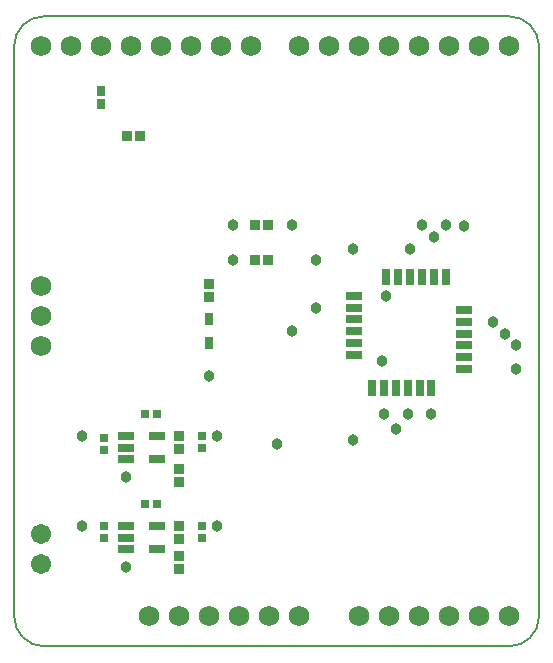
<source format=gts>
%FSLAX25Y25*%
%MOIN*%
G70*
G01*
G75*
G04 Layer_Color=8388736*
%ADD10R,0.02362X0.04724*%
%ADD11R,0.04724X0.02362*%
%ADD12R,0.02362X0.03543*%
%ADD13R,0.02559X0.02953*%
%ADD14R,0.02362X0.01969*%
%ADD15R,0.02953X0.02559*%
%ADD16R,0.04803X0.02362*%
%ADD17R,0.01969X0.02362*%
%ADD18R,0.01969X0.02756*%
%ADD19C,0.02000*%
%ADD20C,0.01000*%
%ADD21C,0.00600*%
%ADD22C,0.05906*%
%ADD23C,0.06000*%
%ADD24C,0.03000*%
%ADD25C,0.03000*%
%ADD26C,0.00984*%
%ADD27C,0.00787*%
%ADD28C,0.00394*%
%ADD29R,0.03162X0.05524*%
%ADD30R,0.05524X0.03162*%
%ADD31R,0.03162X0.04343*%
%ADD32R,0.03359X0.03753*%
%ADD33R,0.03162X0.02769*%
%ADD34R,0.03753X0.03359*%
%ADD35R,0.05603X0.03162*%
%ADD36R,0.02769X0.03162*%
%ADD37R,0.02769X0.03556*%
%ADD38C,0.06706*%
%ADD39C,0.06800*%
%ADD40C,0.03800*%
D21*
X0Y10000D02*
G03*
X10000Y0I10000J0D01*
G01*
X175000Y200000D02*
G03*
X165000Y210000I-10000J0D01*
G01*
X165000Y0D02*
G03*
X175000Y10000I0J10000D01*
G01*
X10000Y210000D02*
G03*
X0Y200000I0J-10000D01*
G01*
Y10000D02*
Y200000D01*
X175000Y10000D02*
Y200000D01*
X10000Y210000D02*
X165000D01*
X10000Y0D02*
X165000D01*
D29*
X143811Y123110D02*
D03*
X139874D02*
D03*
X135937D02*
D03*
X132000D02*
D03*
X128063D02*
D03*
X124126D02*
D03*
X119402Y86102D02*
D03*
X123339D02*
D03*
X127276D02*
D03*
X131213D02*
D03*
X135150D02*
D03*
X139087D02*
D03*
D30*
X113142Y116811D02*
D03*
Y112874D02*
D03*
Y108937D02*
D03*
Y105000D02*
D03*
Y101063D02*
D03*
Y97126D02*
D03*
X150110Y92402D02*
D03*
Y96339D02*
D03*
Y100276D02*
D03*
Y104213D02*
D03*
Y108150D02*
D03*
Y112087D02*
D03*
D31*
X65000Y101063D02*
D03*
Y108937D02*
D03*
D32*
Y120831D02*
D03*
Y116500D02*
D03*
X55000Y25669D02*
D03*
Y30000D02*
D03*
Y54669D02*
D03*
Y59000D02*
D03*
Y35669D02*
D03*
Y40000D02*
D03*
Y65669D02*
D03*
Y70000D02*
D03*
D33*
X30000Y36063D02*
D03*
Y40000D02*
D03*
Y65531D02*
D03*
Y69468D02*
D03*
X62500Y36063D02*
D03*
Y40000D02*
D03*
Y66063D02*
D03*
Y70000D02*
D03*
D34*
X84559Y140433D02*
D03*
X80228D02*
D03*
X84559Y128622D02*
D03*
X80228D02*
D03*
X41831Y170000D02*
D03*
X37500D02*
D03*
D35*
X47500Y40000D02*
D03*
Y32520D02*
D03*
X37185D02*
D03*
Y36260D02*
D03*
Y40000D02*
D03*
X47500Y70000D02*
D03*
Y62520D02*
D03*
X37185D02*
D03*
Y66260D02*
D03*
Y70000D02*
D03*
D36*
X43563Y47500D02*
D03*
X47500D02*
D03*
X43563Y77500D02*
D03*
X47500D02*
D03*
D37*
X29000Y180669D02*
D03*
Y185000D02*
D03*
D38*
X9000Y27500D02*
D03*
Y37500D02*
D03*
D39*
Y100000D02*
D03*
Y110000D02*
D03*
Y120000D02*
D03*
X165000Y10000D02*
D03*
X155000D02*
D03*
X145000D02*
D03*
X135000D02*
D03*
X125000D02*
D03*
X115000D02*
D03*
X95000Y200000D02*
D03*
X105000D02*
D03*
X115000D02*
D03*
X125000D02*
D03*
X135000D02*
D03*
X145000D02*
D03*
X155000D02*
D03*
X165000D02*
D03*
X9000D02*
D03*
X19000D02*
D03*
X29000D02*
D03*
X39000D02*
D03*
X49000D02*
D03*
X59000D02*
D03*
X69000D02*
D03*
X79000D02*
D03*
X95000Y10000D02*
D03*
X85000D02*
D03*
X75000D02*
D03*
X65000D02*
D03*
X55000D02*
D03*
X45000D02*
D03*
D40*
X124126Y116811D02*
D03*
X163496Y104213D02*
D03*
X159559Y108150D02*
D03*
X67500Y40000D02*
D03*
Y70000D02*
D03*
X87500Y67500D02*
D03*
X65000Y90000D02*
D03*
X37185Y26500D02*
D03*
X22500Y40000D02*
D03*
Y70000D02*
D03*
X37185Y56500D02*
D03*
X167433Y100276D02*
D03*
X122776Y95000D02*
D03*
X150110Y140110D02*
D03*
X123339Y77441D02*
D03*
X127276Y72504D02*
D03*
X131213Y77441D02*
D03*
X100504Y112874D02*
D03*
X167433Y92402D02*
D03*
X92630Y105000D02*
D03*
X143811Y140433D02*
D03*
X139874Y136496D02*
D03*
X135937Y140433D02*
D03*
X132000Y132559D02*
D03*
X139087Y77441D02*
D03*
X113102Y68779D02*
D03*
Y132559D02*
D03*
X72945Y128622D02*
D03*
Y140433D02*
D03*
X100504Y128622D02*
D03*
X92630Y140362D02*
D03*
M02*

</source>
